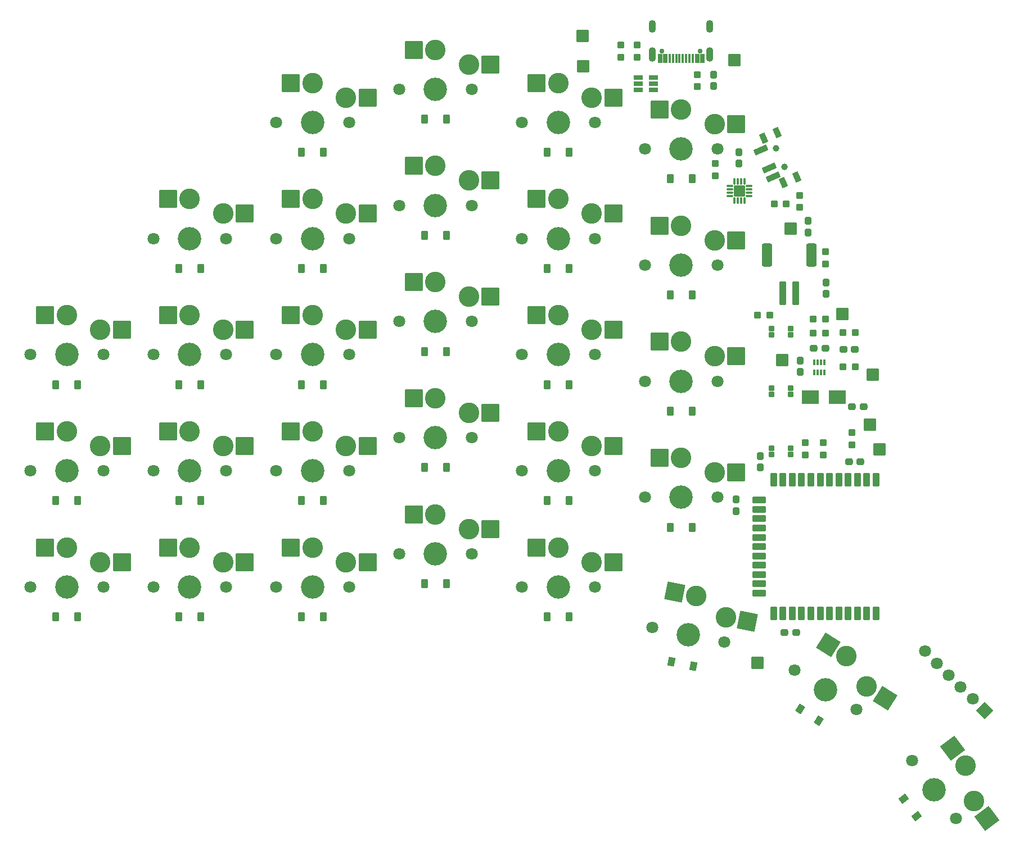
<source format=gbr>
%TF.GenerationSoftware,KiCad,Pcbnew,7.0.1*%
%TF.CreationDate,2023-03-12T20:23:32+01:00*%
%TF.ProjectId,grapto-v3w-left,67726170-746f-42d7-9633-772d6c656674,v1.0.0*%
%TF.SameCoordinates,Original*%
%TF.FileFunction,Soldermask,Bot*%
%TF.FilePolarity,Negative*%
%FSLAX46Y46*%
G04 Gerber Fmt 4.6, Leading zero omitted, Abs format (unit mm)*
G04 Created by KiCad (PCBNEW 7.0.1) date 2023-03-12 20:23:32*
%MOMM*%
%LPD*%
G01*
G04 APERTURE LIST*
G04 Aperture macros list*
%AMRoundRect*
0 Rectangle with rounded corners*
0 $1 Rounding radius*
0 $2 $3 $4 $5 $6 $7 $8 $9 X,Y pos of 4 corners*
0 Add a 4 corners polygon primitive as box body*
4,1,4,$2,$3,$4,$5,$6,$7,$8,$9,$2,$3,0*
0 Add four circle primitives for the rounded corners*
1,1,$1+$1,$2,$3*
1,1,$1+$1,$4,$5*
1,1,$1+$1,$6,$7*
1,1,$1+$1,$8,$9*
0 Add four rect primitives between the rounded corners*
20,1,$1+$1,$2,$3,$4,$5,0*
20,1,$1+$1,$4,$5,$6,$7,0*
20,1,$1+$1,$6,$7,$8,$9,0*
20,1,$1+$1,$8,$9,$2,$3,0*%
%AMHorizOval*
0 Thick line with rounded ends*
0 $1 width*
0 $2 $3 position (X,Y) of the first rounded end (center of the circle)*
0 $4 $5 position (X,Y) of the second rounded end (center of the circle)*
0 Add line between two ends*
20,1,$1,$2,$3,$4,$5,0*
0 Add two circle primitives to create the rounded ends*
1,1,$1,$2,$3*
1,1,$1,$4,$5*%
G04 Aperture macros list end*
%ADD10RoundRect,0.112500X0.375000X0.062500X-0.375000X0.062500X-0.375000X-0.062500X0.375000X-0.062500X0*%
%ADD11RoundRect,0.112500X0.062500X0.375000X-0.062500X0.375000X-0.062500X-0.375000X0.062500X-0.375000X0*%
%ADD12RoundRect,0.050000X0.800000X0.800000X-0.800000X0.800000X-0.800000X-0.800000X0.800000X-0.800000X0*%
%ADD13RoundRect,0.200000X0.512500X0.150000X-0.512500X0.150000X-0.512500X-0.150000X0.512500X-0.150000X0*%
%ADD14RoundRect,0.112500X-0.062500X0.337500X-0.062500X-0.337500X0.062500X-0.337500X0.062500X0.337500X0*%
%ADD15RoundRect,0.300000X0.250000X-0.750000X0.250000X0.750000X-0.250000X0.750000X-0.250000X-0.750000X0*%
%ADD16RoundRect,0.300000X-0.750000X-0.250000X0.750000X-0.250000X0.750000X0.250000X-0.750000X0.250000X0*%
%ADD17RoundRect,0.300000X-0.250000X0.750000X-0.250000X-0.750000X0.250000X-0.750000X0.250000X0.750000X0*%
%ADD18RoundRect,0.050000X0.850000X0.850000X-0.850000X0.850000X-0.850000X-0.850000X0.850000X-0.850000X0*%
%ADD19RoundRect,0.050000X-0.850000X-0.850000X0.850000X-0.850000X0.850000X0.850000X-0.850000X0.850000X0*%
%ADD20RoundRect,0.050000X-0.648466X0.479054X-0.083502X-0.801890X0.648466X-0.479054X0.083502X0.801890X0*%
%ADD21C,1.000000*%
%ADD22RoundRect,0.050000X-1.076378X-0.037561X-0.753542X-0.769529X1.076378X0.037561X0.753542X0.769529X0*%
%ADD23RoundRect,0.287500X0.250000X0.237500X-0.250000X0.237500X-0.250000X-0.237500X0.250000X-0.237500X0*%
%ADD24RoundRect,0.287500X-0.237500X0.250000X-0.237500X-0.250000X0.237500X-0.250000X0.237500X0.250000X0*%
%ADD25RoundRect,0.287500X-0.250000X-0.237500X0.250000X-0.237500X0.250000X0.237500X-0.250000X0.237500X0*%
%ADD26RoundRect,0.287500X0.237500X-0.250000X0.237500X0.250000X-0.237500X0.250000X-0.237500X-0.250000X0*%
%ADD27RoundRect,0.050000X-1.250000X-0.950000X1.250000X-0.950000X1.250000X0.950000X-1.250000X0.950000X0*%
%ADD28RoundRect,0.050000X0.000000X-1.202082X1.202082X0.000000X0.000000X1.202082X-1.202082X0.000000X0*%
%ADD29HorizOval,1.800000X0.000000X0.000000X0.000000X0.000000X0*%
%ADD30C,0.750000*%
%ADD31RoundRect,0.050000X-0.300000X-0.620000X0.300000X-0.620000X0.300000X0.620000X-0.300000X0.620000X0*%
%ADD32RoundRect,0.050000X-0.150000X-0.620000X0.150000X-0.620000X0.150000X0.620000X-0.150000X0.620000X0*%
%ADD33O,1.100000X1.900000*%
%ADD34O,1.100000X2.200000*%
%ADD35RoundRect,0.300000X-0.250000X-1.500000X0.250000X-1.500000X0.250000X1.500000X-0.250000X1.500000X0*%
%ADD36RoundRect,0.300001X-0.499999X-1.449999X0.499999X-1.449999X0.499999X1.449999X-0.499999X1.449999X0*%
%ADD37RoundRect,0.287500X-0.237500X0.287500X-0.237500X-0.287500X0.237500X-0.287500X0.237500X0.287500X0*%
%ADD38RoundRect,0.287500X0.237500X-0.287500X0.237500X0.287500X-0.237500X0.287500X-0.237500X-0.287500X0*%
%ADD39RoundRect,0.050000X0.350000X-0.350000X0.350000X0.350000X-0.350000X0.350000X-0.350000X-0.350000X0*%
%ADD40RoundRect,0.287500X-0.287500X-0.237500X0.287500X-0.237500X0.287500X0.237500X-0.287500X0.237500X0*%
%ADD41RoundRect,0.287500X0.300000X0.237500X-0.300000X0.237500X-0.300000X-0.237500X0.300000X-0.237500X0*%
%ADD42RoundRect,0.287500X0.287500X0.237500X-0.287500X0.237500X-0.287500X-0.237500X0.287500X-0.237500X0*%
%ADD43RoundRect,0.287500X0.237500X-0.300000X0.237500X0.300000X-0.237500X0.300000X-0.237500X-0.300000X0*%
%ADD44C,3.529000*%
%ADD45C,1.801800*%
%ADD46C,3.100000*%
%ADD47RoundRect,0.050000X-1.300000X-1.300000X1.300000X-1.300000X1.300000X1.300000X-1.300000X1.300000X0*%
%ADD48RoundRect,0.050000X-1.533080X-1.014724X1.014724X-1.533080X1.533080X1.014724X-1.014724X1.533080X0*%
%ADD49RoundRect,0.050000X-1.792932X-0.406686X0.406686X-1.792932X1.792932X0.406686X-0.406686X1.792932X0*%
%ADD50RoundRect,0.050000X-1.820853X0.253960X-0.253960X-1.820853X1.820853X-0.253960X0.253960X1.820853X0*%
%ADD51RoundRect,0.050000X-0.450000X-0.600000X0.450000X-0.600000X0.450000X0.600000X-0.450000X0.600000X0*%
%ADD52RoundRect,0.050000X-0.560587X-0.498239X0.321345X-0.677670X0.560587X0.498239X-0.321345X0.677670X0*%
%ADD53RoundRect,0.050000X-0.700606X-0.267677X0.060800X-0.747531X0.700606X0.267677X-0.060800X0.747531X0*%
%ADD54RoundRect,0.050000X-0.749996X-0.002488X-0.207610X-0.720693X0.749996X0.002488X0.207610X0.720693X0*%
G04 APERTURE END LIST*
D10*
%TO.C,U4*%
X342700000Y-119600000D03*
X342700000Y-120100000D03*
X342700000Y-120600000D03*
X342700000Y-121100000D03*
D11*
X342012500Y-121787500D03*
X341512500Y-121787500D03*
X341012500Y-121787500D03*
X340512500Y-121787500D03*
D10*
X339825000Y-121100000D03*
X339825000Y-120600000D03*
X339825000Y-120100000D03*
X339825000Y-119600000D03*
D11*
X340512500Y-118912500D03*
X341012500Y-118912500D03*
X341512500Y-118912500D03*
X342012500Y-118912500D03*
D12*
X341262500Y-120350000D03*
%TD*%
D13*
%TO.C,U3*%
X328337500Y-103200000D03*
X328337500Y-104150000D03*
X328337500Y-105100000D03*
X326062500Y-105100000D03*
X326062500Y-104150000D03*
X326062500Y-103200000D03*
%TD*%
D14*
%TO.C,U2*%
X352515000Y-146185000D03*
X353015000Y-146185000D03*
X353515000Y-146185000D03*
X354015000Y-146185000D03*
X354015000Y-147635000D03*
X353515000Y-147635000D03*
X353015000Y-147635000D03*
X352515000Y-147635000D03*
%TD*%
D15*
%TO.C,U1*%
X361820000Y-183970000D03*
X360420000Y-183970000D03*
X359020000Y-183970000D03*
X357620000Y-183970000D03*
X356220000Y-183970000D03*
X354820000Y-183970000D03*
X353420000Y-183970000D03*
X352020000Y-183970000D03*
X350620000Y-183970000D03*
X349220000Y-183970000D03*
X347820000Y-183970000D03*
X346420000Y-183970000D03*
D16*
X344220000Y-180920000D03*
X344220000Y-179520000D03*
X344220000Y-178120000D03*
X344220000Y-176720000D03*
X344220000Y-175320000D03*
X344220000Y-173920000D03*
X344220000Y-172520000D03*
X344220000Y-171120000D03*
X344220000Y-169720000D03*
X344220000Y-168320000D03*
X344220000Y-166920000D03*
D17*
X346420000Y-163870000D03*
X347820000Y-163870000D03*
X349220000Y-163870000D03*
X350620000Y-163870000D03*
X352020000Y-163870000D03*
X353420000Y-163870000D03*
X354820000Y-163870000D03*
X356220000Y-163870000D03*
X357620000Y-163870000D03*
X359020000Y-163870000D03*
X360420000Y-163870000D03*
X361820000Y-163870000D03*
%TD*%
D18*
%TO.C,TP22*%
X343940000Y-191410000D03*
%TD*%
%TO.C,TP18*%
X362330000Y-159290000D03*
%TD*%
%TO.C,TP17*%
X360870000Y-155530000D03*
%TD*%
%TO.C,TP16*%
X347700000Y-145800000D03*
%TD*%
%TO.C,TP15*%
X317650000Y-96950000D03*
%TD*%
%TO.C,TP14*%
X317700000Y-101500000D03*
%TD*%
D19*
%TO.C,TP13*%
X340500000Y-100560000D03*
%TD*%
D18*
%TO.C,TP11*%
X361300000Y-148000000D03*
%TD*%
%TO.C,TP10*%
X356760000Y-138860000D03*
%TD*%
%TO.C,TP1*%
X349000000Y-126000000D03*
%TD*%
D20*
%TO.C,SW31*%
X347859272Y-119084368D03*
X346935452Y-111513327D03*
X349881333Y-118192533D03*
X344913391Y-112405163D03*
D21*
X348007255Y-116669270D03*
X346796619Y-113924391D03*
D22*
X344517647Y-114109829D03*
X345728283Y-116854708D03*
X346333601Y-118227147D03*
%TD*%
D23*
%TO.C,R30*%
X358672500Y-146800000D03*
X356847500Y-146800000D03*
%TD*%
D24*
%TO.C,R25*%
X353910000Y-158257500D03*
X353910000Y-160082500D03*
%TD*%
%TO.C,R24*%
X351130000Y-158277500D03*
X351130000Y-160102500D03*
%TD*%
%TO.C,R23*%
X323400000Y-98337500D03*
X323400000Y-100162500D03*
%TD*%
%TO.C,R20*%
X325860000Y-98327500D03*
X325860000Y-100152500D03*
%TD*%
D25*
%TO.C,R19*%
X356857500Y-141700000D03*
X358682500Y-141700000D03*
%TD*%
D26*
%TO.C,R14*%
X354260000Y-131312500D03*
X354260000Y-129487500D03*
%TD*%
D24*
%TO.C,R13*%
X334930000Y-102787500D03*
X334930000Y-104612500D03*
%TD*%
D25*
%TO.C,R9*%
X352387500Y-139600000D03*
X354212500Y-139600000D03*
%TD*%
D26*
%TO.C,R8*%
X350300000Y-122812500D03*
X350300000Y-120987500D03*
%TD*%
%TO.C,R7*%
X337600000Y-118012500D03*
X337600000Y-116187500D03*
%TD*%
D23*
%TO.C,R5*%
X354200000Y-141730000D03*
X352375000Y-141730000D03*
%TD*%
D25*
%TO.C,R4*%
X348312500Y-122300000D03*
X346487500Y-122300000D03*
%TD*%
D24*
%TO.C,R2*%
X358170000Y-156737500D03*
X358170000Y-158562500D03*
%TD*%
D23*
%TO.C,R1*%
X343975000Y-139000000D03*
X345800000Y-139000000D03*
%TD*%
D27*
%TO.C,L2*%
X351900000Y-151380000D03*
X356000000Y-151380000D03*
%TD*%
D28*
%TO.C,J8*%
X378166051Y-198676051D03*
D29*
X376370000Y-196880000D03*
X374573949Y-195083949D03*
X372777897Y-193287897D03*
X370981846Y-191491846D03*
X369185795Y-189695795D03*
%TD*%
D30*
%TO.C,J6*%
X329600000Y-99200000D03*
X335380000Y-99200000D03*
D31*
X329290000Y-100320000D03*
X330090000Y-100320000D03*
D32*
X331240000Y-100320000D03*
X332240000Y-100320000D03*
X332740000Y-100320000D03*
X333740000Y-100320000D03*
D31*
X334890000Y-100320000D03*
X335690000Y-100320000D03*
X335690000Y-100320000D03*
X334890000Y-100320000D03*
D32*
X334240000Y-100320000D03*
X333240000Y-100320000D03*
X331740000Y-100320000D03*
X330740000Y-100320000D03*
D31*
X330090000Y-100320000D03*
X329290000Y-100320000D03*
D33*
X328170000Y-95520000D03*
D34*
X328170000Y-99720000D03*
X336810000Y-99720000D03*
D33*
X336810000Y-95520000D03*
%TD*%
D35*
%TO.C,J1*%
X347770000Y-135760000D03*
X349770000Y-135760000D03*
D36*
X352120000Y-130010000D03*
X345420000Y-130010000D03*
%TD*%
D37*
%TO.C,F4*%
X337380000Y-104515000D03*
X337380000Y-102765000D03*
%TD*%
D38*
%TO.C,F3*%
X354290000Y-134095000D03*
X354290000Y-135845000D03*
%TD*%
D39*
%TO.C,D32*%
X348950000Y-159060000D03*
X346050000Y-159060000D03*
X346050000Y-160010000D03*
X348950000Y-160010000D03*
%TD*%
%TO.C,D31*%
X348950000Y-150045000D03*
X346050000Y-150045000D03*
X346050000Y-150995000D03*
X348950000Y-150995000D03*
%TD*%
%TO.C,D30*%
X348960000Y-141045000D03*
X346060000Y-141045000D03*
X346060000Y-141995000D03*
X348960000Y-141995000D03*
%TD*%
D40*
%TO.C,C17*%
X358205000Y-152870000D03*
X359955000Y-152870000D03*
%TD*%
D37*
%TO.C,C16*%
X350380000Y-145855000D03*
X350380000Y-147605000D03*
%TD*%
%TO.C,C10*%
X351600000Y-124825000D03*
X351600000Y-126575000D03*
%TD*%
%TO.C,C7*%
X340770000Y-166820000D03*
X340770000Y-168570000D03*
%TD*%
D40*
%TO.C,C6*%
X348060000Y-186880000D03*
X349810000Y-186880000D03*
%TD*%
D41*
%TO.C,C5*%
X358662500Y-144200000D03*
X356937500Y-144200000D03*
%TD*%
D38*
%TO.C,C4*%
X344410000Y-161995000D03*
X344410000Y-160245000D03*
%TD*%
D40*
%TO.C,C3*%
X359495000Y-161090000D03*
X357745000Y-161090000D03*
%TD*%
D42*
%TO.C,C2*%
X354180000Y-144010000D03*
X352430000Y-144010000D03*
%TD*%
D43*
%TO.C,C1*%
X341200000Y-116200000D03*
X341200000Y-114475000D03*
%TD*%
D44*
%TO.C,S1*%
X240000000Y-180000000D03*
D45*
X245500000Y-180000000D03*
X234500000Y-180000000D03*
D46*
X245000000Y-176250000D03*
X240000000Y-174050000D03*
D47*
X236725000Y-174050000D03*
X248275000Y-176250000D03*
%TD*%
D44*
%TO.C,S2*%
X240000000Y-162500000D03*
D45*
X245500000Y-162500000D03*
X234500000Y-162500000D03*
D46*
X245000000Y-158750000D03*
X240000000Y-156550000D03*
D47*
X236725000Y-156550000D03*
X248275000Y-158750000D03*
%TD*%
D44*
%TO.C,S3*%
X240000000Y-145000000D03*
D45*
X245500000Y-145000000D03*
X234500000Y-145000000D03*
D46*
X245000000Y-141250000D03*
X240000000Y-139050000D03*
D47*
X236725000Y-139050000D03*
X248275000Y-141250000D03*
%TD*%
D44*
%TO.C,S4*%
X258500000Y-180000000D03*
D45*
X264000000Y-180000000D03*
X253000000Y-180000000D03*
D46*
X263500000Y-176250000D03*
X258500000Y-174050000D03*
D47*
X255225000Y-174050000D03*
X266775000Y-176250000D03*
%TD*%
D44*
%TO.C,S5*%
X258500000Y-162500000D03*
D45*
X264000000Y-162500000D03*
X253000000Y-162500000D03*
D46*
X263500000Y-158750000D03*
X258500000Y-156550000D03*
D47*
X255225000Y-156550000D03*
X266775000Y-158750000D03*
%TD*%
D44*
%TO.C,S6*%
X258500000Y-145000000D03*
D45*
X264000000Y-145000000D03*
X253000000Y-145000000D03*
D46*
X263500000Y-141250000D03*
X258500000Y-139050000D03*
D47*
X255225000Y-139050000D03*
X266775000Y-141250000D03*
%TD*%
D44*
%TO.C,S7*%
X258500000Y-127500000D03*
D45*
X264000000Y-127500000D03*
X253000000Y-127500000D03*
D46*
X263500000Y-123750000D03*
X258500000Y-121550000D03*
D47*
X255225000Y-121550000D03*
X266775000Y-123750000D03*
%TD*%
D44*
%TO.C,S8*%
X277000000Y-180000000D03*
D45*
X282500000Y-180000000D03*
X271500000Y-180000000D03*
D46*
X282000000Y-176250000D03*
X277000000Y-174050000D03*
D47*
X273725000Y-174050000D03*
X285275000Y-176250000D03*
%TD*%
D44*
%TO.C,S9*%
X277000000Y-162500000D03*
D45*
X282500000Y-162500000D03*
X271500000Y-162500000D03*
D46*
X282000000Y-158750000D03*
X277000000Y-156550000D03*
D47*
X273725000Y-156550000D03*
X285275000Y-158750000D03*
%TD*%
D44*
%TO.C,S10*%
X277000000Y-145000000D03*
D45*
X282500000Y-145000000D03*
X271500000Y-145000000D03*
D46*
X282000000Y-141250000D03*
X277000000Y-139050000D03*
D47*
X273725000Y-139050000D03*
X285275000Y-141250000D03*
%TD*%
D44*
%TO.C,S11*%
X277000000Y-127500000D03*
D45*
X282500000Y-127500000D03*
X271500000Y-127500000D03*
D46*
X282000000Y-123750000D03*
X277000000Y-121550000D03*
D47*
X273725000Y-121550000D03*
X285275000Y-123750000D03*
%TD*%
D44*
%TO.C,S12*%
X277000000Y-110000000D03*
D45*
X282500000Y-110000000D03*
X271500000Y-110000000D03*
D46*
X282000000Y-106250000D03*
X277000000Y-104050000D03*
D47*
X273725000Y-104050000D03*
X285275000Y-106250000D03*
%TD*%
D44*
%TO.C,S13*%
X295500000Y-175000000D03*
D45*
X301000000Y-175000000D03*
X290000000Y-175000000D03*
D46*
X300500000Y-171250000D03*
X295500000Y-169050000D03*
D47*
X292225000Y-169050000D03*
X303775000Y-171250000D03*
%TD*%
D44*
%TO.C,S14*%
X295500000Y-157500000D03*
D45*
X301000000Y-157500000D03*
X290000000Y-157500000D03*
D46*
X300500000Y-153750000D03*
X295500000Y-151550000D03*
D47*
X292225000Y-151550000D03*
X303775000Y-153750000D03*
%TD*%
D44*
%TO.C,S15*%
X295500000Y-140000000D03*
D45*
X301000000Y-140000000D03*
X290000000Y-140000000D03*
D46*
X300500000Y-136250000D03*
X295500000Y-134050000D03*
D47*
X292225000Y-134050000D03*
X303775000Y-136250000D03*
%TD*%
D44*
%TO.C,S16*%
X295500000Y-122500000D03*
D45*
X301000000Y-122500000D03*
X290000000Y-122500000D03*
D46*
X300500000Y-118750000D03*
X295500000Y-116550000D03*
D47*
X292225000Y-116550000D03*
X303775000Y-118750000D03*
%TD*%
D44*
%TO.C,S17*%
X295500000Y-105000000D03*
D45*
X301000000Y-105000000D03*
X290000000Y-105000000D03*
D46*
X300500000Y-101250000D03*
X295500000Y-99050000D03*
D47*
X292225000Y-99050000D03*
X303775000Y-101250000D03*
%TD*%
D44*
%TO.C,S18*%
X314000000Y-180000000D03*
D45*
X319500000Y-180000000D03*
X308500000Y-180000000D03*
D46*
X319000000Y-176250000D03*
X314000000Y-174050000D03*
D47*
X310725000Y-174050000D03*
X322275000Y-176250000D03*
%TD*%
D44*
%TO.C,S19*%
X314000000Y-162500000D03*
D45*
X319500000Y-162500000D03*
X308500000Y-162500000D03*
D46*
X319000000Y-158750000D03*
X314000000Y-156550000D03*
D47*
X310725000Y-156550000D03*
X322275000Y-158750000D03*
%TD*%
D44*
%TO.C,S20*%
X314000000Y-145000000D03*
D45*
X319500000Y-145000000D03*
X308500000Y-145000000D03*
D46*
X319000000Y-141250000D03*
X314000000Y-139050000D03*
D47*
X310725000Y-139050000D03*
X322275000Y-141250000D03*
%TD*%
D44*
%TO.C,S21*%
X314000000Y-127500000D03*
D45*
X319500000Y-127500000D03*
X308500000Y-127500000D03*
D46*
X319000000Y-123750000D03*
X314000000Y-121550000D03*
D47*
X310725000Y-121550000D03*
X322275000Y-123750000D03*
%TD*%
D44*
%TO.C,S22*%
X314000000Y-110000000D03*
D45*
X319500000Y-110000000D03*
X308500000Y-110000000D03*
D46*
X319000000Y-106250000D03*
X314000000Y-104050000D03*
D47*
X310725000Y-104050000D03*
X322275000Y-106250000D03*
%TD*%
D44*
%TO.C,S23*%
X332500000Y-166500000D03*
D45*
X338000000Y-166500000D03*
X327000000Y-166500000D03*
D46*
X337500000Y-162750000D03*
X332500000Y-160550000D03*
D47*
X329225000Y-160550000D03*
X340775000Y-162750000D03*
%TD*%
D44*
%TO.C,S24*%
X332500000Y-149000000D03*
D45*
X338000000Y-149000000D03*
X327000000Y-149000000D03*
D46*
X337500000Y-145250000D03*
X332500000Y-143050000D03*
D47*
X329225000Y-143050000D03*
X340775000Y-145250000D03*
%TD*%
D44*
%TO.C,S25*%
X332500000Y-131500000D03*
D45*
X338000000Y-131500000D03*
X327000000Y-131500000D03*
D46*
X337500000Y-127750000D03*
X332500000Y-125550000D03*
D47*
X329225000Y-125550000D03*
X340775000Y-127750000D03*
%TD*%
D44*
%TO.C,S26*%
X332500000Y-114000000D03*
D45*
X338000000Y-114000000D03*
X327000000Y-114000000D03*
D46*
X337500000Y-110250000D03*
X332500000Y-108050000D03*
D47*
X329225000Y-108050000D03*
X340775000Y-110250000D03*
%TD*%
D44*
%TO.C,S27*%
X333570938Y-187220653D03*
D45*
X338960524Y-188317177D03*
X328181352Y-186124129D03*
D46*
X339218191Y-184542775D03*
X334757177Y-181390101D03*
D48*
X331547924Y-180737171D03*
X342427445Y-185195705D03*
%TD*%
D44*
%TO.C,S28*%
X354200006Y-195496761D03*
D45*
X358853045Y-198429205D03*
X349546967Y-192564317D03*
D46*
X360429435Y-194990092D03*
X357372377Y-190463019D03*
D49*
X354601704Y-188716882D03*
X363200108Y-196736230D03*
%TD*%
D44*
%TO.C,S29*%
X370566700Y-210536167D03*
D45*
X373881281Y-214925194D03*
X367252119Y-206147140D03*
D46*
X376572473Y-212266250D03*
X375314829Y-206950393D03*
D50*
X373341147Y-204336928D03*
X378546155Y-214879716D03*
%TD*%
D44*
%TO.C,S88*%
X240000000Y-180000000D03*
D45*
X245500000Y-180000000D03*
X234500000Y-180000000D03*
D46*
X245000000Y-176250000D03*
X240000000Y-174050000D03*
D47*
X236725000Y-174050000D03*
X248275000Y-176250000D03*
%TD*%
D44*
%TO.C,S89*%
X240000000Y-162500000D03*
D45*
X245500000Y-162500000D03*
X234500000Y-162500000D03*
D46*
X245000000Y-158750000D03*
X240000000Y-156550000D03*
D47*
X236725000Y-156550000D03*
X248275000Y-158750000D03*
%TD*%
D44*
%TO.C,S90*%
X240000000Y-145000000D03*
D45*
X245500000Y-145000000D03*
X234500000Y-145000000D03*
D46*
X245000000Y-141250000D03*
X240000000Y-139050000D03*
D47*
X236725000Y-139050000D03*
X248275000Y-141250000D03*
%TD*%
D44*
%TO.C,S91*%
X258500000Y-180000000D03*
D45*
X264000000Y-180000000D03*
X253000000Y-180000000D03*
D46*
X263500000Y-176250000D03*
X258500000Y-174050000D03*
D47*
X255225000Y-174050000D03*
X266775000Y-176250000D03*
%TD*%
D44*
%TO.C,S92*%
X258500000Y-162500000D03*
D45*
X264000000Y-162500000D03*
X253000000Y-162500000D03*
D46*
X263500000Y-158750000D03*
X258500000Y-156550000D03*
D47*
X255225000Y-156550000D03*
X266775000Y-158750000D03*
%TD*%
D44*
%TO.C,S93*%
X258500000Y-145000000D03*
D45*
X264000000Y-145000000D03*
X253000000Y-145000000D03*
D46*
X263500000Y-141250000D03*
X258500000Y-139050000D03*
D47*
X255225000Y-139050000D03*
X266775000Y-141250000D03*
%TD*%
D44*
%TO.C,S94*%
X258500000Y-127500000D03*
D45*
X264000000Y-127500000D03*
X253000000Y-127500000D03*
D46*
X263500000Y-123750000D03*
X258500000Y-121550000D03*
D47*
X255225000Y-121550000D03*
X266775000Y-123750000D03*
%TD*%
D44*
%TO.C,S95*%
X277000000Y-180000000D03*
D45*
X282500000Y-180000000D03*
X271500000Y-180000000D03*
D46*
X282000000Y-176250000D03*
X277000000Y-174050000D03*
D47*
X273725000Y-174050000D03*
X285275000Y-176250000D03*
%TD*%
D44*
%TO.C,S96*%
X277000000Y-162500000D03*
D45*
X282500000Y-162500000D03*
X271500000Y-162500000D03*
D46*
X282000000Y-158750000D03*
X277000000Y-156550000D03*
D47*
X273725000Y-156550000D03*
X285275000Y-158750000D03*
%TD*%
D44*
%TO.C,S97*%
X277000000Y-145000000D03*
D45*
X282500000Y-145000000D03*
X271500000Y-145000000D03*
D46*
X282000000Y-141250000D03*
X277000000Y-139050000D03*
D47*
X273725000Y-139050000D03*
X285275000Y-141250000D03*
%TD*%
D44*
%TO.C,S98*%
X277000000Y-127500000D03*
D45*
X282500000Y-127500000D03*
X271500000Y-127500000D03*
D46*
X282000000Y-123750000D03*
X277000000Y-121550000D03*
D47*
X273725000Y-121550000D03*
X285275000Y-123750000D03*
%TD*%
D44*
%TO.C,S99*%
X277000000Y-110000000D03*
D45*
X282500000Y-110000000D03*
X271500000Y-110000000D03*
D46*
X282000000Y-106250000D03*
X277000000Y-104050000D03*
D47*
X273725000Y-104050000D03*
X285275000Y-106250000D03*
%TD*%
D44*
%TO.C,S100*%
X295500000Y-175000000D03*
D45*
X301000000Y-175000000D03*
X290000000Y-175000000D03*
D46*
X300500000Y-171250000D03*
X295500000Y-169050000D03*
D47*
X292225000Y-169050000D03*
X303775000Y-171250000D03*
%TD*%
D44*
%TO.C,S101*%
X295500000Y-157500000D03*
D45*
X301000000Y-157500000D03*
X290000000Y-157500000D03*
D46*
X300500000Y-153750000D03*
X295500000Y-151550000D03*
D47*
X292225000Y-151550000D03*
X303775000Y-153750000D03*
%TD*%
D44*
%TO.C,S102*%
X295500000Y-140000000D03*
D45*
X301000000Y-140000000D03*
X290000000Y-140000000D03*
D46*
X300500000Y-136250000D03*
X295500000Y-134050000D03*
D47*
X292225000Y-134050000D03*
X303775000Y-136250000D03*
%TD*%
D44*
%TO.C,S103*%
X295500000Y-122500000D03*
D45*
X301000000Y-122500000D03*
X290000000Y-122500000D03*
D46*
X300500000Y-118750000D03*
X295500000Y-116550000D03*
D47*
X292225000Y-116550000D03*
X303775000Y-118750000D03*
%TD*%
D44*
%TO.C,S104*%
X295500000Y-105000000D03*
D45*
X301000000Y-105000000D03*
X290000000Y-105000000D03*
D46*
X300500000Y-101250000D03*
X295500000Y-99050000D03*
D47*
X292225000Y-99050000D03*
X303775000Y-101250000D03*
%TD*%
D44*
%TO.C,S105*%
X314000000Y-180000000D03*
D45*
X319500000Y-180000000D03*
X308500000Y-180000000D03*
D46*
X319000000Y-176250000D03*
X314000000Y-174050000D03*
D47*
X310725000Y-174050000D03*
X322275000Y-176250000D03*
%TD*%
D44*
%TO.C,S106*%
X314000000Y-162500000D03*
D45*
X319500000Y-162500000D03*
X308500000Y-162500000D03*
D46*
X319000000Y-158750000D03*
X314000000Y-156550000D03*
D47*
X310725000Y-156550000D03*
X322275000Y-158750000D03*
%TD*%
D44*
%TO.C,S107*%
X314000000Y-145000000D03*
D45*
X319500000Y-145000000D03*
X308500000Y-145000000D03*
D46*
X319000000Y-141250000D03*
X314000000Y-139050000D03*
D47*
X310725000Y-139050000D03*
X322275000Y-141250000D03*
%TD*%
D44*
%TO.C,S108*%
X314000000Y-127500000D03*
D45*
X319500000Y-127500000D03*
X308500000Y-127500000D03*
D46*
X319000000Y-123750000D03*
X314000000Y-121550000D03*
D47*
X310725000Y-121550000D03*
X322275000Y-123750000D03*
%TD*%
D44*
%TO.C,S109*%
X314000000Y-110000000D03*
D45*
X319500000Y-110000000D03*
X308500000Y-110000000D03*
D46*
X319000000Y-106250000D03*
X314000000Y-104050000D03*
D47*
X310725000Y-104050000D03*
X322275000Y-106250000D03*
%TD*%
D44*
%TO.C,S110*%
X332500000Y-166500000D03*
D45*
X338000000Y-166500000D03*
X327000000Y-166500000D03*
D46*
X337500000Y-162750000D03*
X332500000Y-160550000D03*
D47*
X329225000Y-160550000D03*
X340775000Y-162750000D03*
%TD*%
D44*
%TO.C,S111*%
X332500000Y-149000000D03*
D45*
X338000000Y-149000000D03*
X327000000Y-149000000D03*
D46*
X337500000Y-145250000D03*
X332500000Y-143050000D03*
D47*
X329225000Y-143050000D03*
X340775000Y-145250000D03*
%TD*%
D44*
%TO.C,S112*%
X332500000Y-131500000D03*
D45*
X338000000Y-131500000D03*
X327000000Y-131500000D03*
D46*
X337500000Y-127750000D03*
X332500000Y-125550000D03*
D47*
X329225000Y-125550000D03*
X340775000Y-127750000D03*
%TD*%
D44*
%TO.C,S113*%
X332500000Y-114000000D03*
D45*
X338000000Y-114000000D03*
X327000000Y-114000000D03*
D46*
X337500000Y-110250000D03*
X332500000Y-108050000D03*
D47*
X329225000Y-108050000D03*
X340775000Y-110250000D03*
%TD*%
D44*
%TO.C,S114*%
X333570938Y-187220653D03*
D45*
X338960524Y-188317177D03*
X328181352Y-186124129D03*
D46*
X339218191Y-184542775D03*
X334757177Y-181390101D03*
D48*
X331547924Y-180737171D03*
X342427445Y-185195705D03*
%TD*%
D44*
%TO.C,S115*%
X354200006Y-195496761D03*
D45*
X358853045Y-198429205D03*
X349546967Y-192564317D03*
D46*
X360429435Y-194990092D03*
X357372377Y-190463019D03*
D49*
X354601704Y-188716882D03*
X363200108Y-196736230D03*
%TD*%
D44*
%TO.C,S116*%
X370566700Y-210536167D03*
D45*
X373881281Y-214925194D03*
X367252119Y-206147140D03*
D46*
X376572473Y-212266250D03*
X375314829Y-206950393D03*
D50*
X373341147Y-204336928D03*
X378546155Y-214879716D03*
%TD*%
D51*
%TO.C,D88*%
X241650000Y-184500000D03*
X238350000Y-184500000D03*
%TD*%
%TO.C,D89*%
X241650000Y-167000000D03*
X238350000Y-167000000D03*
%TD*%
%TO.C,D90*%
X241650000Y-149500000D03*
X238350000Y-149500000D03*
%TD*%
%TO.C,D91*%
X260150000Y-184500000D03*
X256850000Y-184500000D03*
%TD*%
%TO.C,D92*%
X260150000Y-167000000D03*
X256850000Y-167000000D03*
%TD*%
%TO.C,D93*%
X260150000Y-149500000D03*
X256850000Y-149500000D03*
%TD*%
%TO.C,D94*%
X260150000Y-132000000D03*
X256850000Y-132000000D03*
%TD*%
%TO.C,D95*%
X278650000Y-184500000D03*
X275350000Y-184500000D03*
%TD*%
%TO.C,D96*%
X278650000Y-167000000D03*
X275350000Y-167000000D03*
%TD*%
%TO.C,D97*%
X278650000Y-149500000D03*
X275350000Y-149500000D03*
%TD*%
%TO.C,D98*%
X278650000Y-132000000D03*
X275350000Y-132000000D03*
%TD*%
%TO.C,D99*%
X278650000Y-114500000D03*
X275350000Y-114500000D03*
%TD*%
%TO.C,D100*%
X297150000Y-179500000D03*
X293850000Y-179500000D03*
%TD*%
%TO.C,D101*%
X297150000Y-162000000D03*
X293850000Y-162000000D03*
%TD*%
%TO.C,D102*%
X297150000Y-144500000D03*
X293850000Y-144500000D03*
%TD*%
%TO.C,D103*%
X297150000Y-127000000D03*
X293850000Y-127000000D03*
%TD*%
%TO.C,D104*%
X297150000Y-109500000D03*
X293850000Y-109500000D03*
%TD*%
%TO.C,D105*%
X315650000Y-184500000D03*
X312350000Y-184500000D03*
%TD*%
%TO.C,D106*%
X315650000Y-167000000D03*
X312350000Y-167000000D03*
%TD*%
%TO.C,D107*%
X315650000Y-149500000D03*
X312350000Y-149500000D03*
%TD*%
%TO.C,D108*%
X315650000Y-132000000D03*
X312350000Y-132000000D03*
%TD*%
%TO.C,D109*%
X315650000Y-114500000D03*
X312350000Y-114500000D03*
%TD*%
%TO.C,D110*%
X334150000Y-171000000D03*
X330850000Y-171000000D03*
%TD*%
%TO.C,D111*%
X334150000Y-153500000D03*
X330850000Y-153500000D03*
%TD*%
%TO.C,D112*%
X334150000Y-136000000D03*
X330850000Y-136000000D03*
%TD*%
%TO.C,D113*%
X334150000Y-118500000D03*
X330850000Y-118500000D03*
%TD*%
D52*
%TO.C,D114*%
X334290659Y-191959272D03*
X331056907Y-191301358D03*
%TD*%
D53*
%TO.C,D115*%
X353196646Y-200183526D03*
X350404822Y-198424060D03*
%TD*%
D54*
%TO.C,D116*%
X367970052Y-214564804D03*
X365981304Y-211931388D03*
%TD*%
M02*

</source>
